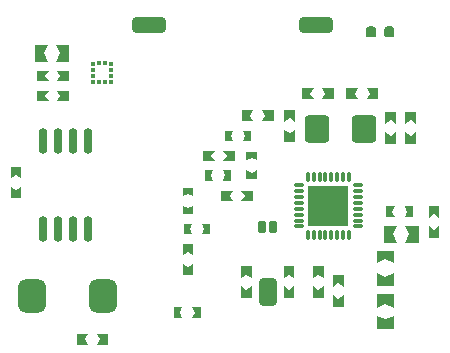
<source format=gtp>
G04 Layer_Color=8421504*
%FSLAX24Y24*%
%MOIN*%
G70*
G01*
G75*
G04:AMPARAMS|DCode=15|XSize=94.5mil|YSize=110.2mil|CornerRadius=23.6mil|HoleSize=0mil|Usage=FLASHONLY|Rotation=180.000|XOffset=0mil|YOffset=0mil|HoleType=Round|Shape=RoundedRectangle|*
%AMROUNDEDRECTD15*
21,1,0.0945,0.0630,0,0,180.0*
21,1,0.0472,0.1102,0,0,180.0*
1,1,0.0472,-0.0236,0.0315*
1,1,0.0472,0.0236,0.0315*
1,1,0.0472,0.0236,-0.0315*
1,1,0.0472,-0.0236,-0.0315*
%
%ADD15ROUNDEDRECTD15*%
%ADD16R,0.0157X0.0118*%
%ADD17R,0.0118X0.0157*%
G04:AMPARAMS|DCode=19|XSize=90.6mil|YSize=82.7mil|CornerRadius=12.4mil|HoleSize=0mil|Usage=FLASHONLY|Rotation=90.000|XOffset=0mil|YOffset=0mil|HoleType=Round|Shape=RoundedRectangle|*
%AMROUNDEDRECTD19*
21,1,0.0906,0.0579,0,0,90.0*
21,1,0.0657,0.0827,0,0,90.0*
1,1,0.0248,0.0289,0.0329*
1,1,0.0248,0.0289,-0.0329*
1,1,0.0248,-0.0289,-0.0329*
1,1,0.0248,-0.0289,0.0329*
%
%ADD19ROUNDEDRECTD19*%
%ADD20R,0.1358X0.1358*%
%ADD21O,0.0335X0.0110*%
%ADD22O,0.0110X0.0335*%
G04:AMPARAMS|DCode=25|XSize=43.3mil|YSize=23.6mil|CornerRadius=5.9mil|HoleSize=0mil|Usage=FLASHONLY|Rotation=270.000|XOffset=0mil|YOffset=0mil|HoleType=Round|Shape=RoundedRectangle|*
%AMROUNDEDRECTD25*
21,1,0.0433,0.0118,0,0,270.0*
21,1,0.0315,0.0236,0,0,270.0*
1,1,0.0118,-0.0059,-0.0157*
1,1,0.0118,-0.0059,0.0157*
1,1,0.0118,0.0059,0.0157*
1,1,0.0118,0.0059,-0.0157*
%
%ADD25ROUNDEDRECTD25*%
G04:AMPARAMS|DCode=26|XSize=94.5mil|YSize=59.1mil|CornerRadius=14.8mil|HoleSize=0mil|Usage=FLASHONLY|Rotation=270.000|XOffset=0mil|YOffset=0mil|HoleType=Round|Shape=RoundedRectangle|*
%AMROUNDEDRECTD26*
21,1,0.0945,0.0295,0,0,270.0*
21,1,0.0650,0.0591,0,0,270.0*
1,1,0.0295,-0.0148,-0.0325*
1,1,0.0295,-0.0148,0.0325*
1,1,0.0295,0.0148,0.0325*
1,1,0.0295,0.0148,-0.0325*
%
%ADD26ROUNDEDRECTD26*%
%ADD28O,0.0295X0.0850*%
G04:AMPARAMS|DCode=29|XSize=114.2mil|YSize=51.2mil|CornerRadius=12.8mil|HoleSize=0mil|Usage=FLASHONLY|Rotation=180.000|XOffset=0mil|YOffset=0mil|HoleType=Round|Shape=RoundedRectangle|*
%AMROUNDEDRECTD29*
21,1,0.1142,0.0256,0,0,180.0*
21,1,0.0886,0.0512,0,0,180.0*
1,1,0.0256,-0.0443,0.0128*
1,1,0.0256,0.0443,0.0128*
1,1,0.0256,0.0443,-0.0128*
1,1,0.0256,-0.0443,-0.0128*
%
%ADD29ROUNDEDRECTD29*%
G36*
X39648Y41711D02*
X39675Y41693D01*
X39693Y41667D01*
X39699Y41635D01*
Y41435D01*
X39693Y41404D01*
X39675Y41378D01*
X39648Y41360D01*
X39617Y41354D01*
X39457D01*
X39426Y41360D01*
X39400Y41378D01*
X39382Y41404D01*
X39376Y41435D01*
Y41635D01*
X39382Y41667D01*
X39400Y41693D01*
X39426Y41711D01*
X39457Y41717D01*
X39617D01*
X39648Y41711D01*
D02*
G37*
G36*
X39039D02*
X39065Y41693D01*
X39083Y41667D01*
X39089Y41635D01*
Y41435D01*
X39083Y41404D01*
X39065Y41378D01*
X39039Y41360D01*
X39007Y41354D01*
X38847D01*
X38816Y41360D01*
X38790Y41378D01*
X38772Y41404D01*
X38766Y41435D01*
Y41635D01*
X38772Y41667D01*
X38790Y41693D01*
X38816Y41711D01*
X38847Y41717D01*
X39007D01*
X39039Y41711D01*
D02*
G37*
G36*
X28878Y40532D02*
X28425D01*
X28553Y40817D01*
X28425Y41102D01*
X28878D01*
Y40532D01*
D02*
G37*
G36*
X28041Y40817D02*
X28169Y40532D01*
X27717D01*
Y41102D01*
X28169D01*
X28041Y40817D01*
D02*
G37*
G36*
X28848Y39892D02*
X28455D01*
X28573Y40069D01*
X28455Y40246D01*
X28848D01*
Y39892D01*
D02*
G37*
G36*
X28061Y40069D02*
X28179Y39892D01*
X27785D01*
Y40246D01*
X28179D01*
X28061Y40069D01*
D02*
G37*
G36*
X39173Y39301D02*
X38780D01*
X38898Y39478D01*
X38780Y39656D01*
X39173D01*
Y39301D01*
D02*
G37*
G36*
X38386Y39478D02*
X38504Y39301D01*
X38110D01*
Y39656D01*
X38504D01*
X38386Y39478D01*
D02*
G37*
G36*
X37687Y39301D02*
X37293D01*
X37411Y39478D01*
X37293Y39656D01*
X37687D01*
Y39301D01*
D02*
G37*
G36*
X36900Y39478D02*
X37018Y39301D01*
X36624D01*
Y39656D01*
X37018D01*
X36900Y39478D01*
D02*
G37*
G36*
X28848Y39222D02*
X28455D01*
X28573Y39400D01*
X28455Y39577D01*
X28848D01*
Y39222D01*
D02*
G37*
G36*
X28061Y39400D02*
X28179Y39222D01*
X27785D01*
Y39577D01*
X28179D01*
X28061Y39400D01*
D02*
G37*
G36*
X35679Y38563D02*
X35285D01*
X35404Y38740D01*
X35285Y38917D01*
X35679D01*
Y38563D01*
D02*
G37*
G36*
X34892Y38740D02*
X35010Y38563D01*
X34616D01*
Y38917D01*
X35010D01*
X34892Y38740D01*
D02*
G37*
G36*
X36398Y38543D02*
X36220Y38661D01*
X36043Y38543D01*
Y38937D01*
X36398D01*
Y38543D01*
D02*
G37*
G36*
X40423Y38465D02*
X40246Y38583D01*
X40069Y38465D01*
Y38858D01*
X40423D01*
Y38465D01*
D02*
G37*
G36*
X39764Y38465D02*
X39587Y38583D01*
X39409Y38465D01*
Y38858D01*
X39764D01*
Y38465D01*
D02*
G37*
G36*
X36398Y37874D02*
X36043D01*
Y38268D01*
X36220Y38150D01*
X36398Y38268D01*
Y37874D01*
D02*
G37*
G36*
X40423Y37795D02*
X40069D01*
Y38189D01*
X40246Y38071D01*
X40423Y38189D01*
Y37795D01*
D02*
G37*
G36*
X39764Y37795D02*
X39409D01*
Y38189D01*
X39587Y38071D01*
X39764Y38189D01*
Y37795D01*
D02*
G37*
G36*
X34941Y37884D02*
X34665D01*
X34744Y38061D01*
X34665Y38238D01*
X34941D01*
Y37884D01*
D02*
G37*
G36*
X34252Y38061D02*
X34331Y37884D01*
X34055D01*
Y38238D01*
X34331D01*
X34252Y38061D01*
D02*
G37*
G36*
X35128Y37254D02*
X34951Y37332D01*
X34774Y37254D01*
Y37529D01*
X35128D01*
Y37254D01*
D02*
G37*
G36*
X34390Y37215D02*
X33996D01*
X34114Y37392D01*
X33996Y37569D01*
X34390D01*
Y37215D01*
D02*
G37*
G36*
X33602Y37392D02*
X33720Y37215D01*
X33327D01*
Y37569D01*
X33720D01*
X33602Y37392D01*
D02*
G37*
G36*
X35128Y36644D02*
X34774D01*
Y36919D01*
X34951Y36841D01*
X35128Y36919D01*
Y36644D01*
D02*
G37*
G36*
X27274Y36654D02*
X27096Y36772D01*
X26919Y36654D01*
Y37047D01*
X27274D01*
Y36654D01*
D02*
G37*
G36*
X34272Y36575D02*
X33996D01*
X34075Y36752D01*
X33996Y36929D01*
X34272D01*
Y36575D01*
D02*
G37*
G36*
X33583Y36752D02*
X33662Y36575D01*
X33386D01*
Y36929D01*
X33662D01*
X33583Y36752D01*
D02*
G37*
G36*
X27274Y35984D02*
X26919D01*
Y36378D01*
X27096Y36260D01*
X27274Y36378D01*
Y35984D01*
D02*
G37*
G36*
X33002Y36063D02*
X32825Y36142D01*
X32648Y36063D01*
Y36339D01*
X33002D01*
Y36063D01*
D02*
G37*
G36*
X35000Y35886D02*
X34606D01*
X34724Y36063D01*
X34606Y36240D01*
X35000D01*
Y35886D01*
D02*
G37*
G36*
X34213Y36063D02*
X34331Y35886D01*
X33937D01*
Y36240D01*
X34331D01*
X34213Y36063D01*
D02*
G37*
G36*
X33002Y35453D02*
X32648D01*
Y35729D01*
X32825Y35650D01*
X33002Y35729D01*
Y35453D01*
D02*
G37*
G36*
X40325Y35364D02*
X40049D01*
X40128Y35541D01*
X40049Y35719D01*
X40325D01*
Y35364D01*
D02*
G37*
G36*
X39636Y35541D02*
X39715Y35364D01*
X39439D01*
Y35719D01*
X39715D01*
X39636Y35541D01*
D02*
G37*
G36*
X41211Y35335D02*
X41033Y35453D01*
X40856Y35335D01*
Y35728D01*
X41211D01*
Y35335D01*
D02*
G37*
G36*
Y34665D02*
X40856D01*
Y35059D01*
X41033Y34941D01*
X41211Y35059D01*
Y34665D01*
D02*
G37*
G36*
X33573Y34783D02*
X33297D01*
X33376Y34961D01*
X33297Y35138D01*
X33573D01*
Y34783D01*
D02*
G37*
G36*
X32884Y34961D02*
X32963Y34783D01*
X32687D01*
Y35138D01*
X32963D01*
X32884Y34961D01*
D02*
G37*
G36*
X40512Y34508D02*
X40059D01*
X40187Y34793D01*
X40059Y35079D01*
X40512D01*
Y34508D01*
D02*
G37*
G36*
X39675Y34793D02*
X39803Y34508D01*
X39350D01*
Y35079D01*
X39803D01*
X39675Y34793D01*
D02*
G37*
G36*
X33002Y34085D02*
X32825Y34203D01*
X32648Y34085D01*
Y34478D01*
X33002D01*
Y34085D01*
D02*
G37*
G36*
X39685Y33829D02*
X39409Y33957D01*
X39134Y33829D01*
Y34242D01*
X39685D01*
Y33829D01*
D02*
G37*
G36*
X33002Y33415D02*
X32648D01*
Y33809D01*
X32825Y33691D01*
X33002Y33809D01*
Y33415D01*
D02*
G37*
G36*
X39685Y33081D02*
X39134D01*
Y33494D01*
X39409Y33366D01*
X39685Y33494D01*
Y33081D01*
D02*
G37*
G36*
X36378Y33327D02*
X36201Y33445D01*
X36024Y33327D01*
Y33720D01*
X36378D01*
Y33327D01*
D02*
G37*
G36*
X34951D02*
X34774Y33445D01*
X34596Y33327D01*
Y33720D01*
X34951D01*
Y33327D01*
D02*
G37*
G36*
X37352Y33327D02*
X37175Y33445D01*
X36998Y33327D01*
Y33720D01*
X37352D01*
Y33327D01*
D02*
G37*
G36*
X38012Y33031D02*
X37835Y33150D01*
X37657Y33031D01*
Y33425D01*
X38012D01*
Y33031D01*
D02*
G37*
G36*
X36378Y32657D02*
X36024D01*
Y33051D01*
X36201Y32933D01*
X36378Y33051D01*
Y32657D01*
D02*
G37*
G36*
X34951D02*
X34596D01*
Y33051D01*
X34774Y32933D01*
X34951Y33051D01*
Y32657D01*
D02*
G37*
G36*
X37352Y32657D02*
X36998D01*
Y33051D01*
X37175Y32933D01*
X37352Y33051D01*
Y32657D01*
D02*
G37*
G36*
X38012Y32362D02*
X37657D01*
Y32756D01*
X37835Y32638D01*
X38012Y32756D01*
Y32362D01*
D02*
G37*
G36*
X39695Y32333D02*
X39409Y32461D01*
X39124Y32333D01*
Y32785D01*
X39695D01*
Y32333D01*
D02*
G37*
G36*
X33248Y31998D02*
X32972D01*
X33051Y32175D01*
X32972Y32352D01*
X33248D01*
Y31998D01*
D02*
G37*
G36*
X32559Y32175D02*
X32638Y31998D01*
X32362D01*
Y32352D01*
X32638D01*
X32559Y32175D01*
D02*
G37*
G36*
X39695Y31624D02*
X39124D01*
Y32077D01*
X39409Y31949D01*
X39695Y32077D01*
Y31624D01*
D02*
G37*
G36*
X30177Y31112D02*
X29783D01*
X29902Y31289D01*
X29783Y31467D01*
X30177D01*
Y31112D01*
D02*
G37*
G36*
X29390Y31289D02*
X29508Y31112D01*
X29114D01*
Y31467D01*
X29508D01*
X29390Y31289D01*
D02*
G37*
D15*
X29989Y32717D02*
D03*
X27629D02*
D03*
D16*
X30276Y39872D02*
D03*
Y40069D02*
D03*
Y40266D02*
D03*
Y40463D02*
D03*
X29646D02*
D03*
Y40266D02*
D03*
Y40069D02*
D03*
Y39872D02*
D03*
D17*
X30059Y40482D02*
D03*
X29862D02*
D03*
Y39852D02*
D03*
X30059D02*
D03*
D19*
X37126Y38307D02*
D03*
X38701D02*
D03*
D20*
X37510Y35738D02*
D03*
D21*
X36535Y36427D02*
D03*
Y36230D02*
D03*
Y36033D02*
D03*
Y35837D02*
D03*
Y35640D02*
D03*
Y35443D02*
D03*
Y35246D02*
D03*
Y35049D02*
D03*
X38484D02*
D03*
Y35246D02*
D03*
Y35443D02*
D03*
Y35640D02*
D03*
Y35837D02*
D03*
Y36033D02*
D03*
Y36230D02*
D03*
Y36427D02*
D03*
D22*
X36821Y34764D02*
D03*
X37018D02*
D03*
X37215D02*
D03*
X37411D02*
D03*
X37608D02*
D03*
X37805D02*
D03*
X38002D02*
D03*
X38199D02*
D03*
Y36713D02*
D03*
X38002D02*
D03*
X37805D02*
D03*
X37608D02*
D03*
X37411D02*
D03*
X37215D02*
D03*
X37018D02*
D03*
X36821D02*
D03*
D25*
X35305Y35039D02*
D03*
X35659D02*
D03*
D26*
X35482Y32854D02*
D03*
D28*
X29502Y34961D02*
D03*
X28502D02*
D03*
X28002D02*
D03*
X29502Y37911D02*
D03*
X28502D02*
D03*
X28002D02*
D03*
X29002Y34961D02*
D03*
Y37911D02*
D03*
D29*
X31535Y41752D02*
D03*
X37087D02*
D03*
M02*

</source>
